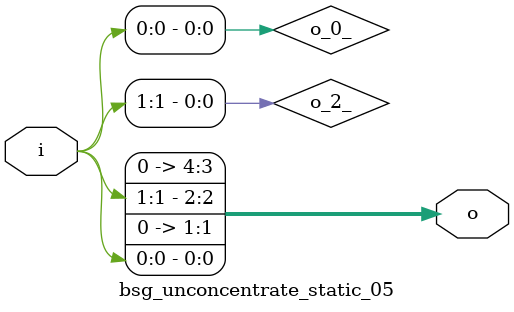
<source format=v>

module bsg_unconcentrate_static_05
(
  i,
  o
);

  input [1:0] i;
  output [4:0] o;
  wire [4:0] o;
  wire o_2_,o_0_;
  assign o[4] = 1'b0;
  assign o[3] = 1'b0;
  assign o[1] = 1'b0;
  assign o_2_ = i[1];
  assign o[2] = o_2_;
  assign o_0_ = i[0];
  assign o[0] = o_0_;

endmodule
</source>
